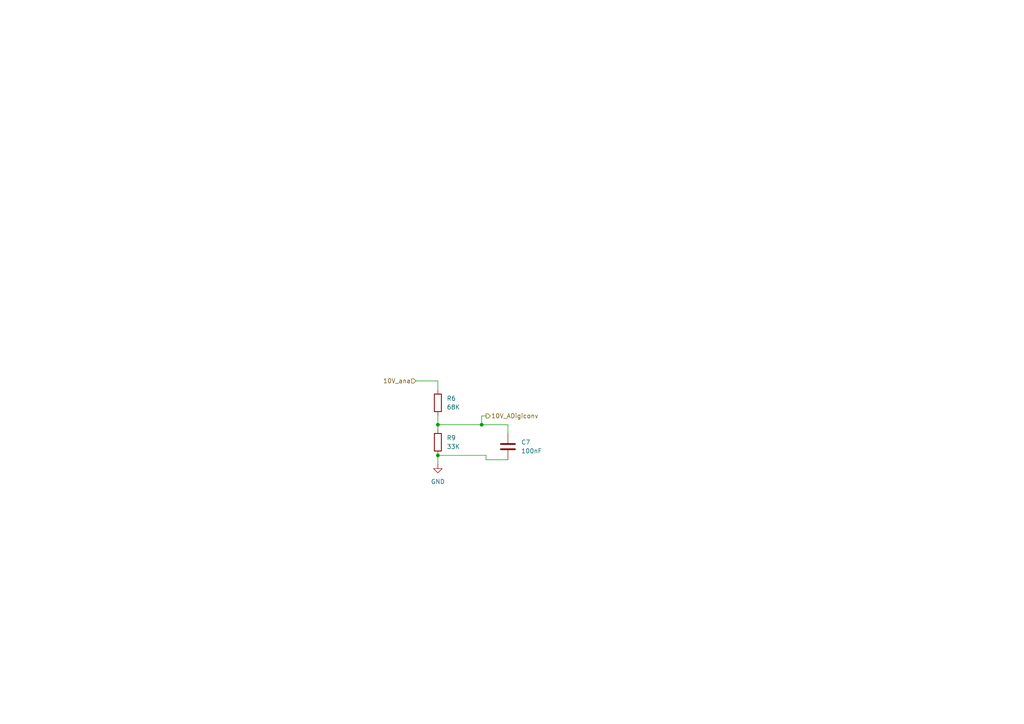
<source format=kicad_sch>
(kicad_sch (version 20250114) (generator "eeschema") (generator_version "9.0")
  (paper "A4")
  (lib_symbols
    (symbol "Device:C" (pin_numbers (hide yes)) (pin_names (offset 0.254))
      (property "Reference" "C" (at 0.635 2.54 0))
      (property "Value" "C" (at 0.635 -2.54 0))
      (symbol "C_0_1"
        (polyline (pts (xy -2.032 0.762) (xy 2.032 0.762)) (stroke (width 0.508)))
        (polyline (pts (xy -2.032 -0.762) (xy 2.032 -0.762)) (stroke (width 0.508)))
      )
      (symbol "C_1_1"
        (pin passive line (at 0 3.81 270) (length 2.794) (name "~") (number "1"))
        (pin passive line (at 0 -3.81 90) (length 2.794) (name "~") (number "2"))
      )
    )
    (symbol "Device:R" (pin_numbers (hide yes)) (pin_names (offset 0))
      (property "Reference" "R" (at 2.032 0 90))
      (property "Value" "R" (at 0 0 90))
      (symbol "R_0_1"
        (rectangle (start -1.016 -2.54) (end 1.016 2.54) (stroke (width 0.254)))
      )
      (symbol "R_1_1"
        (pin passive line (at 0 3.81 270) (length 1.27) (name "~") (number "1"))
        (pin passive line (at 0 -3.81 90) (length 1.27) (name "~") (number "2"))
      )
    )
    (symbol "power:GND" (power) (pin_numbers (hide yes)) (pin_names (offset 0) (hide yes))
      (property "Value" "GND" (at 0 -3.81 0))
      (symbol "GND_0_1"
        (polyline (pts (xy 0 0) (xy 0 -1.27) (xy 1.27 -1.27) (xy 0 -2.54) (xy -1.27 -1.27) (xy 0 -1.27)))
      )
      (symbol "GND_1_1"
        (pin power_in line (at 0 0 270) (length 0) (name "~") (number "1"))
      )
    )
  )
  (junction (at 127 123.19))
  (junction (at 139.7 123.19))
  (junction (at 127 132.08))
  (wire (pts (xy 127 123.19) (xy 127 124.46)))
  (wire (pts (xy 127 120.65) (xy 127 123.19)))
  (wire (pts (xy 127 123.19) (xy 139.7 123.19)))
  (wire (pts (xy 140.97 120.65) (xy 139.7 120.65)))
  (wire (pts (xy 140.97 132.08) (xy 127 132.08)))
  (wire (pts (xy 127 132.08) (xy 127 134.62)))
  (wire (pts (xy 140.97 133.35) (xy 147.32 133.35)))
  (wire (pts (xy 120.65 110.49) (xy 127 110.49)))
  (wire (pts (xy 127 110.49) (xy 127 113.03)))
  (wire (pts (xy 140.97 133.35) (xy 140.97 132.08)))
  (wire (pts (xy 139.7 120.65) (xy 139.7 123.19)))
  (wire (pts (xy 147.32 125.73) (xy 147.32 123.19)))
  (wire (pts (xy 139.7 123.19) (xy 147.32 123.19)))
  (hierarchical_label "10V_ADigiconv" (shape output) (at 140.97 120.65 0))
  (hierarchical_label "10V_ana" (shape input) (at 120.65 110.49 180))
  (symbol (lib_id "Device:R") (at 127 128.27 0) (unit 1)
    (property "Reference" "R9" (at 129.54 126.9999 0) (effects (justify left)))
    (property "Value" "33K" (at 129.54 129.5399 0) (effects (justify left)))
    (property "Footprint" "PCM_4ms_Resistor:R_0603" (effects (hide yes)))
    (property "Description" "Resistor" (effects (hide yes)))
  )
  (symbol (lib_id "Device:R") (at 127 116.84 0) (unit 1)
    (property "Reference" "R6" (at 129.54 115.5699 0) (effects (justify left)))
    (property "Value" "68K" (at 129.54 118.1099 0) (effects (justify left)))
    (property "Footprint" "PCM_4ms_Resistor:R_0603" (effects (hide yes)))
    (property "Description" "Resistor" (effects (hide yes)))
  )
  (symbol (lib_id "Device:C") (at 147.32 129.54 0) (unit 1)
    (property "Reference" "C7" (at 151.13 128.2699 0) (effects (justify left)))
    (property "Value" "100nF" (at 151.13 130.8099 0) (effects (justify left)))
    (property "Description" "Unpolarized capacitor" (effects (hide yes)))
  )
  (symbol (lib_id "power:GND") (at 127 134.62 0) (unit 1)
    (property "Reference" "#PWR023" (effects (hide yes)))
    (property "Value" "GND" (at 127 139.7 0))
    (property "Description" "Power symbol creates a global label with name \"GND\" , ground" (effects (hide yes)))
  )
)
</source>
